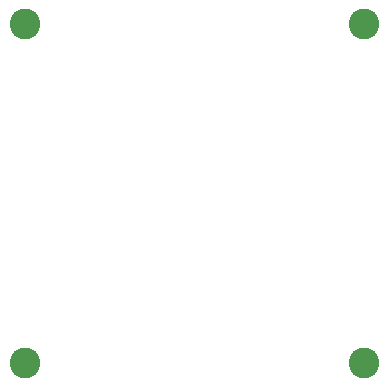
<source format=gbr>
G04*
G04 #@! TF.GenerationSoftware,Altium Limited,Altium Designer,22.4.2 (48)*
G04*
G04 Layer_Color=16711935*
%FSLAX45Y45*%
%MOMM*%
G71*
G04*
G04 #@! TF.SameCoordinates,A1ACB9CE-F43E-4389-816B-9D06E944576F*
G04*
G04*
G04 #@! TF.FilePolarity,Negative*
G04*
G01*
G75*
%ADD41C,2.60320*%
D41*
X770000Y3640800D02*
D03*
X3640800D02*
D03*
Y770000D02*
D03*
X770000D02*
D03*
M02*

</source>
